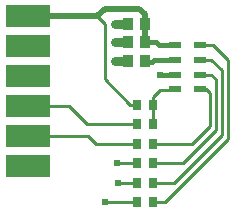
<source format=gtl>
G04 Layer_Physical_Order=1*
G04 Layer_Color=25308*
%FSLAX25Y25*%
%MOIN*%
G70*
G01*
G75*
%ADD10R,0.03740X0.04134*%
%ADD11R,0.03150X0.03740*%
%ADD12R,0.15000X0.07600*%
%ADD13R,0.04232X0.02165*%
%ADD14C,0.01000*%
%ADD15C,0.02000*%
%ADD16C,0.01500*%
%ADD17C,0.03000*%
%ADD18C,0.02400*%
D10*
X151354Y486000D02*
D03*
X145646D02*
D03*
X151354Y473500D02*
D03*
X145646D02*
D03*
Y480000D02*
D03*
X151354D02*
D03*
D11*
X154059Y426500D02*
D03*
X148941D02*
D03*
X154059Y433000D02*
D03*
X148941D02*
D03*
X154059Y439500D02*
D03*
X148941D02*
D03*
X154059Y459000D02*
D03*
X148941D02*
D03*
X148941Y452500D02*
D03*
X154059D02*
D03*
X154059Y446000D02*
D03*
X148941D02*
D03*
D12*
X112500Y438500D02*
D03*
Y448500D02*
D03*
Y488500D02*
D03*
Y478500D02*
D03*
Y468500D02*
D03*
Y458500D02*
D03*
D13*
X169683Y478882D02*
D03*
Y473961D02*
D03*
Y469039D02*
D03*
X161317Y464118D02*
D03*
Y469039D02*
D03*
Y473961D02*
D03*
X169683Y464118D02*
D03*
X161317Y478882D02*
D03*
D14*
X173000Y452000D02*
Y463000D01*
X167000Y446000D02*
X173000Y452000D01*
X154059Y446000D02*
X167000D01*
X175000Y450500D02*
Y467500D01*
X164000Y439500D02*
X175000Y450500D01*
X154059Y439500D02*
X164000D01*
X177000Y449000D02*
Y470500D01*
X161000Y433000D02*
X177000Y449000D01*
X154059Y433000D02*
X161000D01*
X179000Y447500D02*
Y474000D01*
X174118Y478882D02*
X179000Y474000D01*
X169683Y478882D02*
X174118D01*
X173539Y473961D02*
X177000Y470500D01*
X169683Y473961D02*
X173539D01*
X173461Y469039D02*
X175000Y467500D01*
X169683Y469039D02*
X173461D01*
X171882Y464118D02*
X173000Y463000D01*
X169683Y464118D02*
X171882D01*
X156000Y463500D02*
X156500Y464000D01*
X158500D01*
X160258D01*
X160817Y464559D01*
X154059Y461559D02*
X156000Y463500D01*
X154059Y452500D02*
Y461559D01*
X135500Y488500D02*
X138000Y486000D01*
Y467500D02*
Y486000D01*
Y467500D02*
X146500Y459000D01*
X148941D01*
X142000Y439500D02*
X148941D01*
X142500Y433000D02*
X148441D01*
X138000Y426500D02*
X148941D01*
X158000D02*
X179000Y447500D01*
X154059Y426500D02*
X158000D01*
X135000Y446000D02*
X148941D01*
X132500Y448500D02*
X135000Y446000D01*
X112500Y448500D02*
X132500D01*
X132000Y452500D02*
X148941D01*
X126000Y458500D02*
X132000Y452500D01*
X112500Y458500D02*
X126000D01*
D15*
X149500Y491000D02*
X151354Y489146D01*
X138000Y491000D02*
X149500D01*
X135500Y488500D02*
X138000Y491000D01*
X151354Y486000D02*
Y489146D01*
X112500Y488500D02*
X135500D01*
X111500D02*
X112500D01*
X151354Y480000D02*
Y486000D01*
D16*
X156118Y478882D02*
X161317D01*
X155000Y480000D02*
X156000Y479000D01*
X154500Y474000D02*
X160000D01*
X153854Y473354D02*
X154500Y474000D01*
X156500Y469000D02*
X160278D01*
X151354Y480000D02*
X155000D01*
X151000Y473354D02*
X153854D01*
D17*
X141500Y473500D02*
X145646D01*
X141500Y486000D02*
X145646D01*
X141500Y480000D02*
X145646D01*
D18*
X156500Y469000D02*
D03*
X141500Y473500D02*
D03*
Y486000D02*
D03*
X138000Y426500D02*
D03*
X142500Y433000D02*
D03*
X142000Y439500D02*
D03*
X141500Y480000D02*
D03*
M02*

</source>
